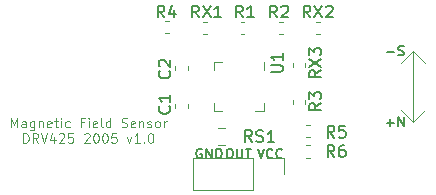
<source format=gto>
G04 #@! TF.GenerationSoftware,KiCad,Pcbnew,(5.1.2)-1*
G04 #@! TF.CreationDate,2020-05-17T13:32:30+09:00*
G04 #@! TF.ProjectId,cs,63732e6b-6963-4616-945f-706362585858,v1.0*
G04 #@! TF.SameCoordinates,Original*
G04 #@! TF.FileFunction,Legend,Top*
G04 #@! TF.FilePolarity,Positive*
%FSLAX46Y46*%
G04 Gerber Fmt 4.6, Leading zero omitted, Abs format (unit mm)*
G04 Created by KiCad (PCBNEW (5.1.2)-1) date 2020-05-17 13:32:30*
%MOMM*%
%LPD*%
G04 APERTURE LIST*
%ADD10C,0.150000*%
%ADD11C,0.120000*%
%ADD12C,0.110000*%
G04 APERTURE END LIST*
D10*
X194564285Y-79057142D02*
X195173809Y-79057142D01*
X195516666Y-79323809D02*
X195630952Y-79361904D01*
X195821428Y-79361904D01*
X195897619Y-79323809D01*
X195935714Y-79285714D01*
X195973809Y-79209523D01*
X195973809Y-79133333D01*
X195935714Y-79057142D01*
X195897619Y-79019047D01*
X195821428Y-78980952D01*
X195669047Y-78942857D01*
X195592857Y-78904761D01*
X195554761Y-78866666D01*
X195516666Y-78790476D01*
X195516666Y-78714285D01*
X195554761Y-78638095D01*
X195592857Y-78600000D01*
X195669047Y-78561904D01*
X195859523Y-78561904D01*
X195973809Y-78600000D01*
X194526190Y-85057142D02*
X195135714Y-85057142D01*
X194830952Y-85361904D02*
X194830952Y-84752380D01*
X195516666Y-85361904D02*
X195516666Y-84561904D01*
X195973809Y-85361904D01*
X195973809Y-84561904D01*
D11*
X197750000Y-84000000D02*
X196750000Y-85000000D01*
X195750000Y-84000000D02*
X196750000Y-85000000D01*
X196750000Y-85000000D02*
X195750000Y-84000000D01*
X197750000Y-80000000D02*
X196750000Y-79000000D01*
X195750000Y-80000000D02*
X196750000Y-79000000D01*
X196750000Y-79000000D02*
X195750000Y-80000000D01*
X196750000Y-85000000D02*
X196750000Y-79000000D01*
D10*
X178870476Y-87310000D02*
X178794285Y-87271904D01*
X178680000Y-87271904D01*
X178565714Y-87310000D01*
X178489523Y-87386190D01*
X178451428Y-87462380D01*
X178413333Y-87614761D01*
X178413333Y-87729047D01*
X178451428Y-87881428D01*
X178489523Y-87957619D01*
X178565714Y-88033809D01*
X178680000Y-88071904D01*
X178756190Y-88071904D01*
X178870476Y-88033809D01*
X178908571Y-87995714D01*
X178908571Y-87729047D01*
X178756190Y-87729047D01*
X179251428Y-88071904D02*
X179251428Y-87271904D01*
X179708571Y-88071904D01*
X179708571Y-87271904D01*
X180089523Y-88071904D02*
X180089523Y-87271904D01*
X180280000Y-87271904D01*
X180394285Y-87310000D01*
X180470476Y-87386190D01*
X180508571Y-87462380D01*
X180546666Y-87614761D01*
X180546666Y-87729047D01*
X180508571Y-87881428D01*
X180470476Y-87957619D01*
X180394285Y-88033809D01*
X180280000Y-88071904D01*
X180089523Y-88071904D01*
X181160000Y-87251904D02*
X181312380Y-87251904D01*
X181388571Y-87290000D01*
X181464761Y-87366190D01*
X181502857Y-87518571D01*
X181502857Y-87785238D01*
X181464761Y-87937619D01*
X181388571Y-88013809D01*
X181312380Y-88051904D01*
X181160000Y-88051904D01*
X181083809Y-88013809D01*
X181007619Y-87937619D01*
X180969523Y-87785238D01*
X180969523Y-87518571D01*
X181007619Y-87366190D01*
X181083809Y-87290000D01*
X181160000Y-87251904D01*
X181845714Y-87251904D02*
X181845714Y-87899523D01*
X181883809Y-87975714D01*
X181921904Y-88013809D01*
X181998095Y-88051904D01*
X182150476Y-88051904D01*
X182226666Y-88013809D01*
X182264761Y-87975714D01*
X182302857Y-87899523D01*
X182302857Y-87251904D01*
X182569523Y-87251904D02*
X183026666Y-87251904D01*
X182798095Y-88051904D02*
X182798095Y-87251904D01*
X183593333Y-87271904D02*
X183860000Y-88071904D01*
X184126666Y-87271904D01*
X184850476Y-87995714D02*
X184812380Y-88033809D01*
X184698095Y-88071904D01*
X184621904Y-88071904D01*
X184507619Y-88033809D01*
X184431428Y-87957619D01*
X184393333Y-87881428D01*
X184355238Y-87729047D01*
X184355238Y-87614761D01*
X184393333Y-87462380D01*
X184431428Y-87386190D01*
X184507619Y-87310000D01*
X184621904Y-87271904D01*
X184698095Y-87271904D01*
X184812380Y-87310000D01*
X184850476Y-87348095D01*
X185650476Y-87995714D02*
X185612380Y-88033809D01*
X185498095Y-88071904D01*
X185421904Y-88071904D01*
X185307619Y-88033809D01*
X185231428Y-87957619D01*
X185193333Y-87881428D01*
X185155238Y-87729047D01*
X185155238Y-87614761D01*
X185193333Y-87462380D01*
X185231428Y-87386190D01*
X185307619Y-87310000D01*
X185421904Y-87271904D01*
X185498095Y-87271904D01*
X185612380Y-87310000D01*
X185650476Y-87348095D01*
D12*
X162716666Y-85456904D02*
X162716666Y-84656904D01*
X162983333Y-85228333D01*
X163250000Y-84656904D01*
X163250000Y-85456904D01*
X163973809Y-85456904D02*
X163973809Y-85037857D01*
X163935714Y-84961666D01*
X163859523Y-84923571D01*
X163707142Y-84923571D01*
X163630952Y-84961666D01*
X163973809Y-85418809D02*
X163897619Y-85456904D01*
X163707142Y-85456904D01*
X163630952Y-85418809D01*
X163592857Y-85342619D01*
X163592857Y-85266428D01*
X163630952Y-85190238D01*
X163707142Y-85152142D01*
X163897619Y-85152142D01*
X163973809Y-85114047D01*
X164697619Y-84923571D02*
X164697619Y-85571190D01*
X164659523Y-85647380D01*
X164621428Y-85685476D01*
X164545238Y-85723571D01*
X164430952Y-85723571D01*
X164354761Y-85685476D01*
X164697619Y-85418809D02*
X164621428Y-85456904D01*
X164469047Y-85456904D01*
X164392857Y-85418809D01*
X164354761Y-85380714D01*
X164316666Y-85304523D01*
X164316666Y-85075952D01*
X164354761Y-84999761D01*
X164392857Y-84961666D01*
X164469047Y-84923571D01*
X164621428Y-84923571D01*
X164697619Y-84961666D01*
X165078571Y-84923571D02*
X165078571Y-85456904D01*
X165078571Y-84999761D02*
X165116666Y-84961666D01*
X165192857Y-84923571D01*
X165307142Y-84923571D01*
X165383333Y-84961666D01*
X165421428Y-85037857D01*
X165421428Y-85456904D01*
X166107142Y-85418809D02*
X166030952Y-85456904D01*
X165878571Y-85456904D01*
X165802380Y-85418809D01*
X165764285Y-85342619D01*
X165764285Y-85037857D01*
X165802380Y-84961666D01*
X165878571Y-84923571D01*
X166030952Y-84923571D01*
X166107142Y-84961666D01*
X166145238Y-85037857D01*
X166145238Y-85114047D01*
X165764285Y-85190238D01*
X166373809Y-84923571D02*
X166678571Y-84923571D01*
X166488095Y-84656904D02*
X166488095Y-85342619D01*
X166526190Y-85418809D01*
X166602380Y-85456904D01*
X166678571Y-85456904D01*
X166945238Y-85456904D02*
X166945238Y-84923571D01*
X166945238Y-84656904D02*
X166907142Y-84695000D01*
X166945238Y-84733095D01*
X166983333Y-84695000D01*
X166945238Y-84656904D01*
X166945238Y-84733095D01*
X167669047Y-85418809D02*
X167592857Y-85456904D01*
X167440476Y-85456904D01*
X167364285Y-85418809D01*
X167326190Y-85380714D01*
X167288095Y-85304523D01*
X167288095Y-85075952D01*
X167326190Y-84999761D01*
X167364285Y-84961666D01*
X167440476Y-84923571D01*
X167592857Y-84923571D01*
X167669047Y-84961666D01*
X168888095Y-85037857D02*
X168621428Y-85037857D01*
X168621428Y-85456904D02*
X168621428Y-84656904D01*
X169002380Y-84656904D01*
X169307142Y-85456904D02*
X169307142Y-84923571D01*
X169307142Y-84656904D02*
X169269047Y-84695000D01*
X169307142Y-84733095D01*
X169345238Y-84695000D01*
X169307142Y-84656904D01*
X169307142Y-84733095D01*
X169992857Y-85418809D02*
X169916666Y-85456904D01*
X169764285Y-85456904D01*
X169688095Y-85418809D01*
X169650000Y-85342619D01*
X169650000Y-85037857D01*
X169688095Y-84961666D01*
X169764285Y-84923571D01*
X169916666Y-84923571D01*
X169992857Y-84961666D01*
X170030952Y-85037857D01*
X170030952Y-85114047D01*
X169650000Y-85190238D01*
X170488095Y-85456904D02*
X170411904Y-85418809D01*
X170373809Y-85342619D01*
X170373809Y-84656904D01*
X171135714Y-85456904D02*
X171135714Y-84656904D01*
X171135714Y-85418809D02*
X171059523Y-85456904D01*
X170907142Y-85456904D01*
X170830952Y-85418809D01*
X170792857Y-85380714D01*
X170754761Y-85304523D01*
X170754761Y-85075952D01*
X170792857Y-84999761D01*
X170830952Y-84961666D01*
X170907142Y-84923571D01*
X171059523Y-84923571D01*
X171135714Y-84961666D01*
X172088095Y-85418809D02*
X172202380Y-85456904D01*
X172392857Y-85456904D01*
X172469047Y-85418809D01*
X172507142Y-85380714D01*
X172545238Y-85304523D01*
X172545238Y-85228333D01*
X172507142Y-85152142D01*
X172469047Y-85114047D01*
X172392857Y-85075952D01*
X172240476Y-85037857D01*
X172164285Y-84999761D01*
X172126190Y-84961666D01*
X172088095Y-84885476D01*
X172088095Y-84809285D01*
X172126190Y-84733095D01*
X172164285Y-84695000D01*
X172240476Y-84656904D01*
X172430952Y-84656904D01*
X172545238Y-84695000D01*
X173192857Y-85418809D02*
X173116666Y-85456904D01*
X172964285Y-85456904D01*
X172888095Y-85418809D01*
X172850000Y-85342619D01*
X172850000Y-85037857D01*
X172888095Y-84961666D01*
X172964285Y-84923571D01*
X173116666Y-84923571D01*
X173192857Y-84961666D01*
X173230952Y-85037857D01*
X173230952Y-85114047D01*
X172850000Y-85190238D01*
X173573809Y-84923571D02*
X173573809Y-85456904D01*
X173573809Y-84999761D02*
X173611904Y-84961666D01*
X173688095Y-84923571D01*
X173802380Y-84923571D01*
X173878571Y-84961666D01*
X173916666Y-85037857D01*
X173916666Y-85456904D01*
X174259523Y-85418809D02*
X174335714Y-85456904D01*
X174488095Y-85456904D01*
X174564285Y-85418809D01*
X174602380Y-85342619D01*
X174602380Y-85304523D01*
X174564285Y-85228333D01*
X174488095Y-85190238D01*
X174373809Y-85190238D01*
X174297619Y-85152142D01*
X174259523Y-85075952D01*
X174259523Y-85037857D01*
X174297619Y-84961666D01*
X174373809Y-84923571D01*
X174488095Y-84923571D01*
X174564285Y-84961666D01*
X175059523Y-85456904D02*
X174983333Y-85418809D01*
X174945238Y-85380714D01*
X174907142Y-85304523D01*
X174907142Y-85075952D01*
X174945238Y-84999761D01*
X174983333Y-84961666D01*
X175059523Y-84923571D01*
X175173809Y-84923571D01*
X175250000Y-84961666D01*
X175288095Y-84999761D01*
X175326190Y-85075952D01*
X175326190Y-85304523D01*
X175288095Y-85380714D01*
X175250000Y-85418809D01*
X175173809Y-85456904D01*
X175059523Y-85456904D01*
X175669047Y-85456904D02*
X175669047Y-84923571D01*
X175669047Y-85075952D02*
X175707142Y-84999761D01*
X175745238Y-84961666D01*
X175821428Y-84923571D01*
X175897619Y-84923571D01*
X163764285Y-86766904D02*
X163764285Y-85966904D01*
X163954761Y-85966904D01*
X164069047Y-86005000D01*
X164145238Y-86081190D01*
X164183333Y-86157380D01*
X164221428Y-86309761D01*
X164221428Y-86424047D01*
X164183333Y-86576428D01*
X164145238Y-86652619D01*
X164069047Y-86728809D01*
X163954761Y-86766904D01*
X163764285Y-86766904D01*
X165021428Y-86766904D02*
X164754761Y-86385952D01*
X164564285Y-86766904D02*
X164564285Y-85966904D01*
X164869047Y-85966904D01*
X164945238Y-86005000D01*
X164983333Y-86043095D01*
X165021428Y-86119285D01*
X165021428Y-86233571D01*
X164983333Y-86309761D01*
X164945238Y-86347857D01*
X164869047Y-86385952D01*
X164564285Y-86385952D01*
X165250000Y-85966904D02*
X165516666Y-86766904D01*
X165783333Y-85966904D01*
X166392857Y-86233571D02*
X166392857Y-86766904D01*
X166202380Y-85928809D02*
X166011904Y-86500238D01*
X166507142Y-86500238D01*
X166773809Y-86043095D02*
X166811904Y-86005000D01*
X166888095Y-85966904D01*
X167078571Y-85966904D01*
X167154761Y-86005000D01*
X167192857Y-86043095D01*
X167230952Y-86119285D01*
X167230952Y-86195476D01*
X167192857Y-86309761D01*
X166735714Y-86766904D01*
X167230952Y-86766904D01*
X167954761Y-85966904D02*
X167573809Y-85966904D01*
X167535714Y-86347857D01*
X167573809Y-86309761D01*
X167650000Y-86271666D01*
X167840476Y-86271666D01*
X167916666Y-86309761D01*
X167954761Y-86347857D01*
X167992857Y-86424047D01*
X167992857Y-86614523D01*
X167954761Y-86690714D01*
X167916666Y-86728809D01*
X167840476Y-86766904D01*
X167650000Y-86766904D01*
X167573809Y-86728809D01*
X167535714Y-86690714D01*
X168907142Y-86043095D02*
X168945238Y-86005000D01*
X169021428Y-85966904D01*
X169211904Y-85966904D01*
X169288095Y-86005000D01*
X169326190Y-86043095D01*
X169364285Y-86119285D01*
X169364285Y-86195476D01*
X169326190Y-86309761D01*
X168869047Y-86766904D01*
X169364285Y-86766904D01*
X169859523Y-85966904D02*
X169935714Y-85966904D01*
X170011904Y-86005000D01*
X170050000Y-86043095D01*
X170088095Y-86119285D01*
X170126190Y-86271666D01*
X170126190Y-86462142D01*
X170088095Y-86614523D01*
X170050000Y-86690714D01*
X170011904Y-86728809D01*
X169935714Y-86766904D01*
X169859523Y-86766904D01*
X169783333Y-86728809D01*
X169745238Y-86690714D01*
X169707142Y-86614523D01*
X169669047Y-86462142D01*
X169669047Y-86271666D01*
X169707142Y-86119285D01*
X169745238Y-86043095D01*
X169783333Y-86005000D01*
X169859523Y-85966904D01*
X170621428Y-85966904D02*
X170697619Y-85966904D01*
X170773809Y-86005000D01*
X170811904Y-86043095D01*
X170850000Y-86119285D01*
X170888095Y-86271666D01*
X170888095Y-86462142D01*
X170850000Y-86614523D01*
X170811904Y-86690714D01*
X170773809Y-86728809D01*
X170697619Y-86766904D01*
X170621428Y-86766904D01*
X170545238Y-86728809D01*
X170507142Y-86690714D01*
X170469047Y-86614523D01*
X170430952Y-86462142D01*
X170430952Y-86271666D01*
X170469047Y-86119285D01*
X170507142Y-86043095D01*
X170545238Y-86005000D01*
X170621428Y-85966904D01*
X171611904Y-85966904D02*
X171230952Y-85966904D01*
X171192857Y-86347857D01*
X171230952Y-86309761D01*
X171307142Y-86271666D01*
X171497619Y-86271666D01*
X171573809Y-86309761D01*
X171611904Y-86347857D01*
X171650000Y-86424047D01*
X171650000Y-86614523D01*
X171611904Y-86690714D01*
X171573809Y-86728809D01*
X171497619Y-86766904D01*
X171307142Y-86766904D01*
X171230952Y-86728809D01*
X171192857Y-86690714D01*
X172526190Y-86233571D02*
X172716666Y-86766904D01*
X172907142Y-86233571D01*
X173630952Y-86766904D02*
X173173809Y-86766904D01*
X173402380Y-86766904D02*
X173402380Y-85966904D01*
X173326190Y-86081190D01*
X173250000Y-86157380D01*
X173173809Y-86195476D01*
X173973809Y-86690714D02*
X174011904Y-86728809D01*
X173973809Y-86766904D01*
X173935714Y-86728809D01*
X173973809Y-86690714D01*
X173973809Y-86766904D01*
X174507142Y-85966904D02*
X174583333Y-85966904D01*
X174659523Y-86005000D01*
X174697619Y-86043095D01*
X174735714Y-86119285D01*
X174773809Y-86271666D01*
X174773809Y-86462142D01*
X174735714Y-86614523D01*
X174697619Y-86690714D01*
X174659523Y-86728809D01*
X174583333Y-86766904D01*
X174507142Y-86766904D01*
X174430952Y-86728809D01*
X174392857Y-86690714D01*
X174354761Y-86614523D01*
X174316666Y-86462142D01*
X174316666Y-86271666D01*
X174354761Y-86119285D01*
X174392857Y-86043095D01*
X174430952Y-86005000D01*
X174507142Y-85966904D01*
D11*
X184110000Y-80615000D02*
X184110000Y-79890000D01*
X179890000Y-84110000D02*
X180615000Y-84110000D01*
X179890000Y-83385000D02*
X179890000Y-84110000D01*
X179890000Y-79890000D02*
X180615000Y-79890000D01*
X179890000Y-80615000D02*
X179890000Y-79890000D01*
X184110000Y-84110000D02*
X183385000Y-84110000D01*
X184110000Y-83385000D02*
X184110000Y-84110000D01*
X187610000Y-80324779D02*
X187610000Y-79999221D01*
X186590000Y-80324779D02*
X186590000Y-79999221D01*
X188575221Y-77585000D02*
X188900779Y-77585000D01*
X188575221Y-76565000D02*
X188900779Y-76565000D01*
X179287779Y-76540000D02*
X178962221Y-76540000D01*
X179287779Y-77560000D02*
X178962221Y-77560000D01*
X180796578Y-85540000D02*
X180279422Y-85540000D01*
X180796578Y-86960000D02*
X180279422Y-86960000D01*
X188000779Y-86990000D02*
X187675221Y-86990000D01*
X188000779Y-88010000D02*
X187675221Y-88010000D01*
X188000779Y-85265000D02*
X187675221Y-85265000D01*
X188000779Y-86285000D02*
X187675221Y-86285000D01*
X176062779Y-76490000D02*
X175737221Y-76490000D01*
X176062779Y-77510000D02*
X175737221Y-77510000D01*
X187610000Y-83500779D02*
X187610000Y-83175221D01*
X186590000Y-83500779D02*
X186590000Y-83175221D01*
X185375221Y-77585000D02*
X185700779Y-77585000D01*
X185375221Y-76565000D02*
X185700779Y-76565000D01*
X182474779Y-76540000D02*
X182149221Y-76540000D01*
X182474779Y-77560000D02*
X182149221Y-77560000D01*
X177660000Y-80574779D02*
X177660000Y-80249221D01*
X176640000Y-80574779D02*
X176640000Y-80249221D01*
X176640000Y-83475221D02*
X176640000Y-83800779D01*
X177660000Y-83475221D02*
X177660000Y-83800779D01*
X185830000Y-88070000D02*
X185830000Y-89400000D01*
X184500000Y-88070000D02*
X185830000Y-88070000D01*
X183230000Y-88070000D02*
X183230000Y-90730000D01*
X183230000Y-90730000D02*
X178090000Y-90730000D01*
X183230000Y-88070000D02*
X178090000Y-88070000D01*
X178090000Y-88070000D02*
X178090000Y-90730000D01*
D10*
X184702380Y-80761904D02*
X185511904Y-80761904D01*
X185607142Y-80714285D01*
X185654761Y-80666666D01*
X185702380Y-80571428D01*
X185702380Y-80380952D01*
X185654761Y-80285714D01*
X185607142Y-80238095D01*
X185511904Y-80190476D01*
X184702380Y-80190476D01*
X185702380Y-79190476D02*
X185702380Y-79761904D01*
X185702380Y-79476190D02*
X184702380Y-79476190D01*
X184845238Y-79571428D01*
X184940476Y-79666666D01*
X184988095Y-79761904D01*
X188952380Y-80642857D02*
X188476190Y-80976190D01*
X188952380Y-81214285D02*
X187952380Y-81214285D01*
X187952380Y-80833333D01*
X188000000Y-80738095D01*
X188047619Y-80690476D01*
X188142857Y-80642857D01*
X188285714Y-80642857D01*
X188380952Y-80690476D01*
X188428571Y-80738095D01*
X188476190Y-80833333D01*
X188476190Y-81214285D01*
X187952380Y-80309523D02*
X188952380Y-79642857D01*
X187952380Y-79642857D02*
X188952380Y-80309523D01*
X187952380Y-79357142D02*
X187952380Y-78738095D01*
X188333333Y-79071428D01*
X188333333Y-78928571D01*
X188380952Y-78833333D01*
X188428571Y-78785714D01*
X188523809Y-78738095D01*
X188761904Y-78738095D01*
X188857142Y-78785714D01*
X188904761Y-78833333D01*
X188952380Y-78928571D01*
X188952380Y-79214285D01*
X188904761Y-79309523D01*
X188857142Y-79357142D01*
X188057642Y-76152380D02*
X187724309Y-75676190D01*
X187486214Y-76152380D02*
X187486214Y-75152380D01*
X187867166Y-75152380D01*
X187962404Y-75200000D01*
X188010023Y-75247619D01*
X188057642Y-75342857D01*
X188057642Y-75485714D01*
X188010023Y-75580952D01*
X187962404Y-75628571D01*
X187867166Y-75676190D01*
X187486214Y-75676190D01*
X188390976Y-75152380D02*
X189057642Y-76152380D01*
X189057642Y-75152380D02*
X188390976Y-76152380D01*
X189390976Y-75247619D02*
X189438595Y-75200000D01*
X189533833Y-75152380D01*
X189771928Y-75152380D01*
X189867166Y-75200000D01*
X189914785Y-75247619D01*
X189962404Y-75342857D01*
X189962404Y-75438095D01*
X189914785Y-75580952D01*
X189343357Y-76152380D01*
X189962404Y-76152380D01*
X178607142Y-76152380D02*
X178273809Y-75676190D01*
X178035714Y-76152380D02*
X178035714Y-75152380D01*
X178416666Y-75152380D01*
X178511904Y-75200000D01*
X178559523Y-75247619D01*
X178607142Y-75342857D01*
X178607142Y-75485714D01*
X178559523Y-75580952D01*
X178511904Y-75628571D01*
X178416666Y-75676190D01*
X178035714Y-75676190D01*
X178940476Y-75152380D02*
X179607142Y-76152380D01*
X179607142Y-75152380D02*
X178940476Y-76152380D01*
X180511904Y-76152380D02*
X179940476Y-76152380D01*
X180226190Y-76152380D02*
X180226190Y-75152380D01*
X180130952Y-75295238D01*
X180035714Y-75390476D01*
X179940476Y-75438095D01*
X183107642Y-86702380D02*
X182774309Y-86226190D01*
X182536214Y-86702380D02*
X182536214Y-85702380D01*
X182917166Y-85702380D01*
X183012404Y-85750000D01*
X183060023Y-85797619D01*
X183107642Y-85892857D01*
X183107642Y-86035714D01*
X183060023Y-86130952D01*
X183012404Y-86178571D01*
X182917166Y-86226190D01*
X182536214Y-86226190D01*
X183488595Y-86654761D02*
X183631452Y-86702380D01*
X183869547Y-86702380D01*
X183964785Y-86654761D01*
X184012404Y-86607142D01*
X184060023Y-86511904D01*
X184060023Y-86416666D01*
X184012404Y-86321428D01*
X183964785Y-86273809D01*
X183869547Y-86226190D01*
X183679071Y-86178571D01*
X183583833Y-86130952D01*
X183536214Y-86083333D01*
X183488595Y-85988095D01*
X183488595Y-85892857D01*
X183536214Y-85797619D01*
X183583833Y-85750000D01*
X183679071Y-85702380D01*
X183917166Y-85702380D01*
X184060023Y-85750000D01*
X185012404Y-86702380D02*
X184440976Y-86702380D01*
X184726690Y-86702380D02*
X184726690Y-85702380D01*
X184631452Y-85845238D01*
X184536214Y-85940476D01*
X184440976Y-85988095D01*
X190083833Y-87952380D02*
X189750500Y-87476190D01*
X189512404Y-87952380D02*
X189512404Y-86952380D01*
X189893357Y-86952380D01*
X189988595Y-87000000D01*
X190036214Y-87047619D01*
X190083833Y-87142857D01*
X190083833Y-87285714D01*
X190036214Y-87380952D01*
X189988595Y-87428571D01*
X189893357Y-87476190D01*
X189512404Y-87476190D01*
X190940976Y-86952380D02*
X190750500Y-86952380D01*
X190655261Y-87000000D01*
X190607642Y-87047619D01*
X190512404Y-87190476D01*
X190464785Y-87380952D01*
X190464785Y-87761904D01*
X190512404Y-87857142D01*
X190560023Y-87904761D01*
X190655261Y-87952380D01*
X190845738Y-87952380D01*
X190940976Y-87904761D01*
X190988595Y-87857142D01*
X191036214Y-87761904D01*
X191036214Y-87523809D01*
X190988595Y-87428571D01*
X190940976Y-87380952D01*
X190845738Y-87333333D01*
X190655261Y-87333333D01*
X190560023Y-87380952D01*
X190512404Y-87428571D01*
X190464785Y-87523809D01*
X190083833Y-86327380D02*
X189750500Y-85851190D01*
X189512404Y-86327380D02*
X189512404Y-85327380D01*
X189893357Y-85327380D01*
X189988595Y-85375000D01*
X190036214Y-85422619D01*
X190083833Y-85517857D01*
X190083833Y-85660714D01*
X190036214Y-85755952D01*
X189988595Y-85803571D01*
X189893357Y-85851190D01*
X189512404Y-85851190D01*
X190988595Y-85327380D02*
X190512404Y-85327380D01*
X190464785Y-85803571D01*
X190512404Y-85755952D01*
X190607642Y-85708333D01*
X190845738Y-85708333D01*
X190940976Y-85755952D01*
X190988595Y-85803571D01*
X191036214Y-85898809D01*
X191036214Y-86136904D01*
X190988595Y-86232142D01*
X190940976Y-86279761D01*
X190845738Y-86327380D01*
X190607642Y-86327380D01*
X190512404Y-86279761D01*
X190464785Y-86232142D01*
X175695833Y-76152380D02*
X175362500Y-75676190D01*
X175124404Y-76152380D02*
X175124404Y-75152380D01*
X175505357Y-75152380D01*
X175600595Y-75200000D01*
X175648214Y-75247619D01*
X175695833Y-75342857D01*
X175695833Y-75485714D01*
X175648214Y-75580952D01*
X175600595Y-75628571D01*
X175505357Y-75676190D01*
X175124404Y-75676190D01*
X176552976Y-75485714D02*
X176552976Y-76152380D01*
X176314880Y-75104761D02*
X176076785Y-75819047D01*
X176695833Y-75819047D01*
X188952380Y-83416666D02*
X188476190Y-83750000D01*
X188952380Y-83988095D02*
X187952380Y-83988095D01*
X187952380Y-83607142D01*
X188000000Y-83511904D01*
X188047619Y-83464285D01*
X188142857Y-83416666D01*
X188285714Y-83416666D01*
X188380952Y-83464285D01*
X188428571Y-83511904D01*
X188476190Y-83607142D01*
X188476190Y-83988095D01*
X187952380Y-83083333D02*
X187952380Y-82464285D01*
X188333333Y-82797619D01*
X188333333Y-82654761D01*
X188380952Y-82559523D01*
X188428571Y-82511904D01*
X188523809Y-82464285D01*
X188761904Y-82464285D01*
X188857142Y-82511904D01*
X188904761Y-82559523D01*
X188952380Y-82654761D01*
X188952380Y-82940476D01*
X188904761Y-83035714D01*
X188857142Y-83083333D01*
X185233833Y-76152380D02*
X184900500Y-75676190D01*
X184662404Y-76152380D02*
X184662404Y-75152380D01*
X185043357Y-75152380D01*
X185138595Y-75200000D01*
X185186214Y-75247619D01*
X185233833Y-75342857D01*
X185233833Y-75485714D01*
X185186214Y-75580952D01*
X185138595Y-75628571D01*
X185043357Y-75676190D01*
X184662404Y-75676190D01*
X185614785Y-75247619D02*
X185662404Y-75200000D01*
X185757642Y-75152380D01*
X185995738Y-75152380D01*
X186090976Y-75200000D01*
X186138595Y-75247619D01*
X186186214Y-75342857D01*
X186186214Y-75438095D01*
X186138595Y-75580952D01*
X185567166Y-76152380D01*
X186186214Y-76152380D01*
X182332833Y-76152380D02*
X181999500Y-75676190D01*
X181761404Y-76152380D02*
X181761404Y-75152380D01*
X182142357Y-75152380D01*
X182237595Y-75200000D01*
X182285214Y-75247619D01*
X182332833Y-75342857D01*
X182332833Y-75485714D01*
X182285214Y-75580952D01*
X182237595Y-75628571D01*
X182142357Y-75676190D01*
X181761404Y-75676190D01*
X183285214Y-76152380D02*
X182713785Y-76152380D01*
X182999500Y-76152380D02*
X182999500Y-75152380D01*
X182904261Y-75295238D01*
X182809023Y-75390476D01*
X182713785Y-75438095D01*
X176107142Y-80666666D02*
X176154761Y-80714285D01*
X176202380Y-80857142D01*
X176202380Y-80952380D01*
X176154761Y-81095238D01*
X176059523Y-81190476D01*
X175964285Y-81238095D01*
X175773809Y-81285714D01*
X175630952Y-81285714D01*
X175440476Y-81238095D01*
X175345238Y-81190476D01*
X175250000Y-81095238D01*
X175202380Y-80952380D01*
X175202380Y-80857142D01*
X175250000Y-80714285D01*
X175297619Y-80666666D01*
X175297619Y-80285714D02*
X175250000Y-80238095D01*
X175202380Y-80142857D01*
X175202380Y-79904761D01*
X175250000Y-79809523D01*
X175297619Y-79761904D01*
X175392857Y-79714285D01*
X175488095Y-79714285D01*
X175630952Y-79761904D01*
X176202380Y-80333333D01*
X176202380Y-79714285D01*
X176107142Y-83666666D02*
X176154761Y-83714285D01*
X176202380Y-83857142D01*
X176202380Y-83952380D01*
X176154761Y-84095238D01*
X176059523Y-84190476D01*
X175964285Y-84238095D01*
X175773809Y-84285714D01*
X175630952Y-84285714D01*
X175440476Y-84238095D01*
X175345238Y-84190476D01*
X175250000Y-84095238D01*
X175202380Y-83952380D01*
X175202380Y-83857142D01*
X175250000Y-83714285D01*
X175297619Y-83666666D01*
X176202380Y-82714285D02*
X176202380Y-83285714D01*
X176202380Y-83000000D02*
X175202380Y-83000000D01*
X175345238Y-83095238D01*
X175440476Y-83190476D01*
X175488095Y-83285714D01*
M02*

</source>
